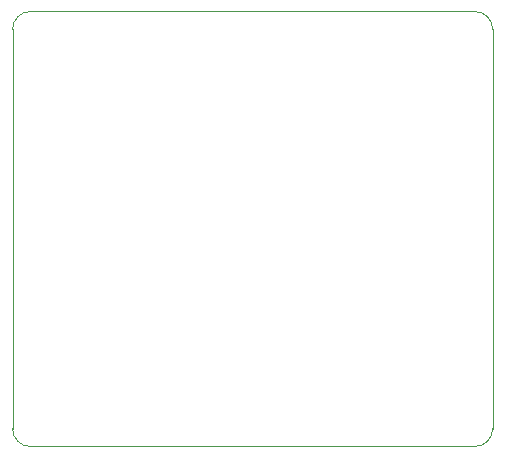
<source format=gbr>
%TF.GenerationSoftware,KiCad,Pcbnew,7.0.2*%
%TF.CreationDate,2024-06-22T20:38:36+05:30*%
%TF.ProjectId,EPS_SolarInput,4550535f-536f-46c6-9172-496e7075742e,v01*%
%TF.SameCoordinates,Original*%
%TF.FileFunction,Profile,NP*%
%FSLAX46Y46*%
G04 Gerber Fmt 4.6, Leading zero omitted, Abs format (unit mm)*
G04 Created by KiCad (PCBNEW 7.0.2) date 2024-06-22 20:38:36*
%MOMM*%
%LPD*%
G01*
G04 APERTURE LIST*
%TA.AperFunction,Profile*%
%ADD10C,0.100000*%
%TD*%
G04 APERTURE END LIST*
D10*
X160806000Y-121920000D02*
G75*
G03*
X162306000Y-120420000I0J1500000D01*
G01*
X162306000Y-86590000D02*
G75*
G03*
X160806000Y-85090000I-1500000J0D01*
G01*
X160806000Y-121920000D02*
X159028000Y-121920000D01*
X162306000Y-86590000D02*
X162306000Y-120420000D01*
X159028000Y-85090000D02*
X160806000Y-85090000D01*
X123166000Y-85090000D02*
G75*
G03*
X121666000Y-86590000I0J-1500000D01*
G01*
X121666000Y-120420000D02*
G75*
G03*
X123166000Y-121920000I1500000J0D01*
G01*
X121666000Y-120420000D02*
X121666000Y-86590000D01*
X123166000Y-85090000D02*
X159028000Y-85090000D01*
X159028000Y-121920000D02*
X123166000Y-121920000D01*
M02*

</source>
